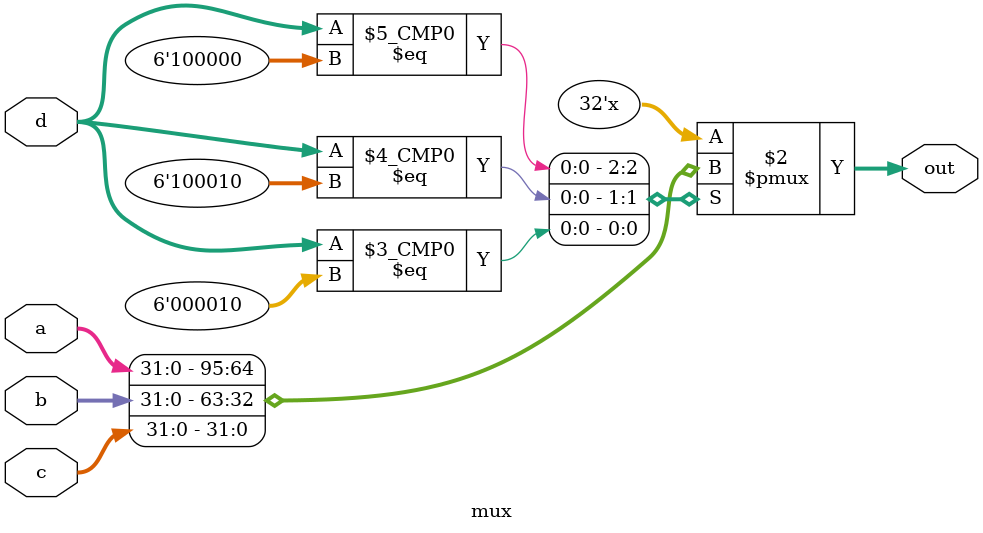
<source format=v>
module mux(
		input [31:0] a, b, c,
		input [5:0]  d,
		output reg [31:0] out
	);
	
always@(a, b, c, d) begin
	case(d)
		6'b100000: begin
			out <= a;
		end
		6'b100010: begin
			out <= b;
		end
		6'b000010: begin
			out <= c;
		end
	endcase
end
endmodule
</source>
